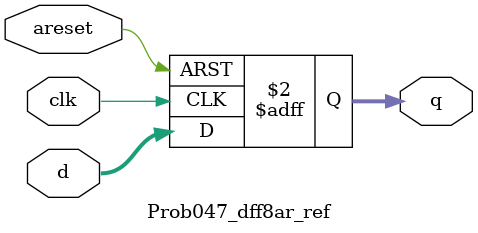
<source format=sv>

module Prob047_dff8ar_ref (
  input clk,
  input [7:0] d,
  input areset,
  output reg [7:0] q
);

  always @(posedge clk, posedge areset)
    if (areset)
      q <= 0;
    else
      q <= d;

endmodule


</source>
